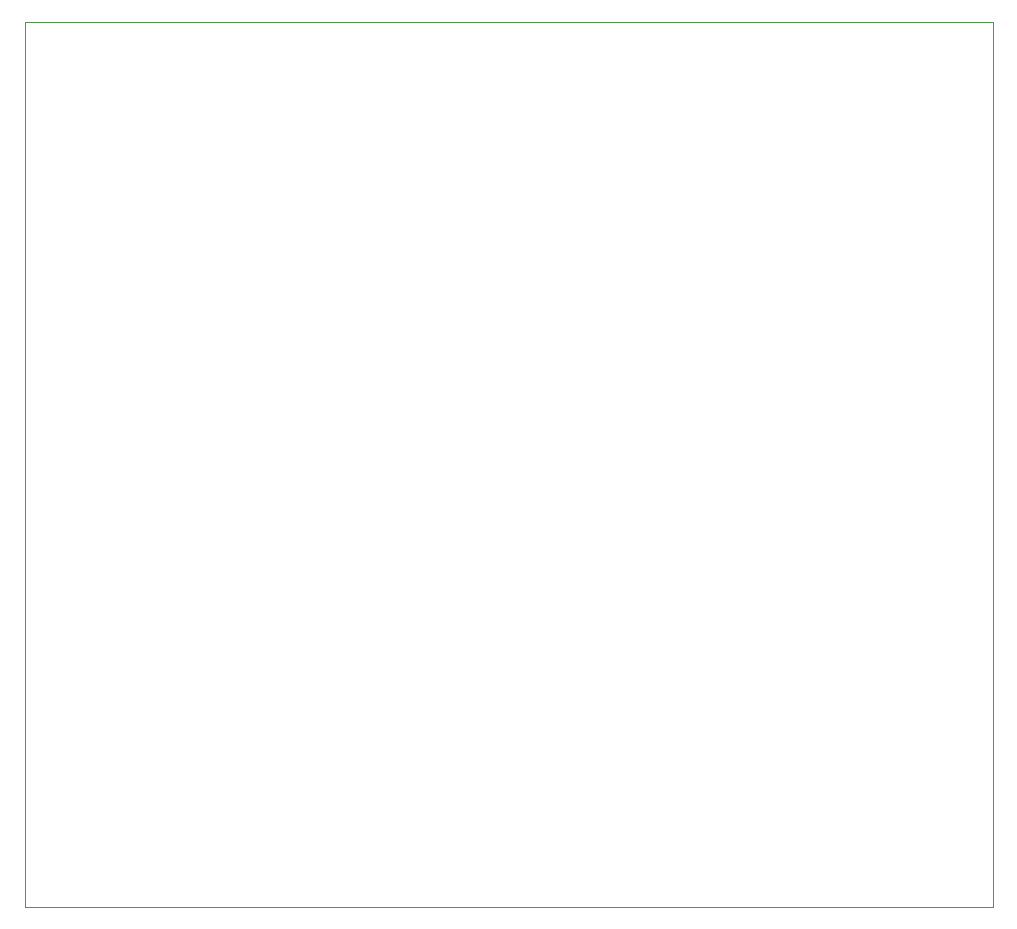
<source format=gbr>
%TF.GenerationSoftware,KiCad,Pcbnew,9.0.0*%
%TF.CreationDate,2025-04-13T20:44:06+03:30*%
%TF.ProjectId,DotMatrix,446f744d-6174-4726-9978-2e6b69636164,rev?*%
%TF.SameCoordinates,Original*%
%TF.FileFunction,Profile,NP*%
%FSLAX46Y46*%
G04 Gerber Fmt 4.6, Leading zero omitted, Abs format (unit mm)*
G04 Created by KiCad (PCBNEW 9.0.0) date 2025-04-13 20:44:06*
%MOMM*%
%LPD*%
G01*
G04 APERTURE LIST*
%TA.AperFunction,Profile*%
%ADD10C,0.050000*%
%TD*%
G04 APERTURE END LIST*
D10*
X92000000Y-57000000D02*
X174000000Y-57000000D01*
X174000000Y-131900000D01*
X92000000Y-131900000D01*
X92000000Y-57000000D01*
M02*

</source>
